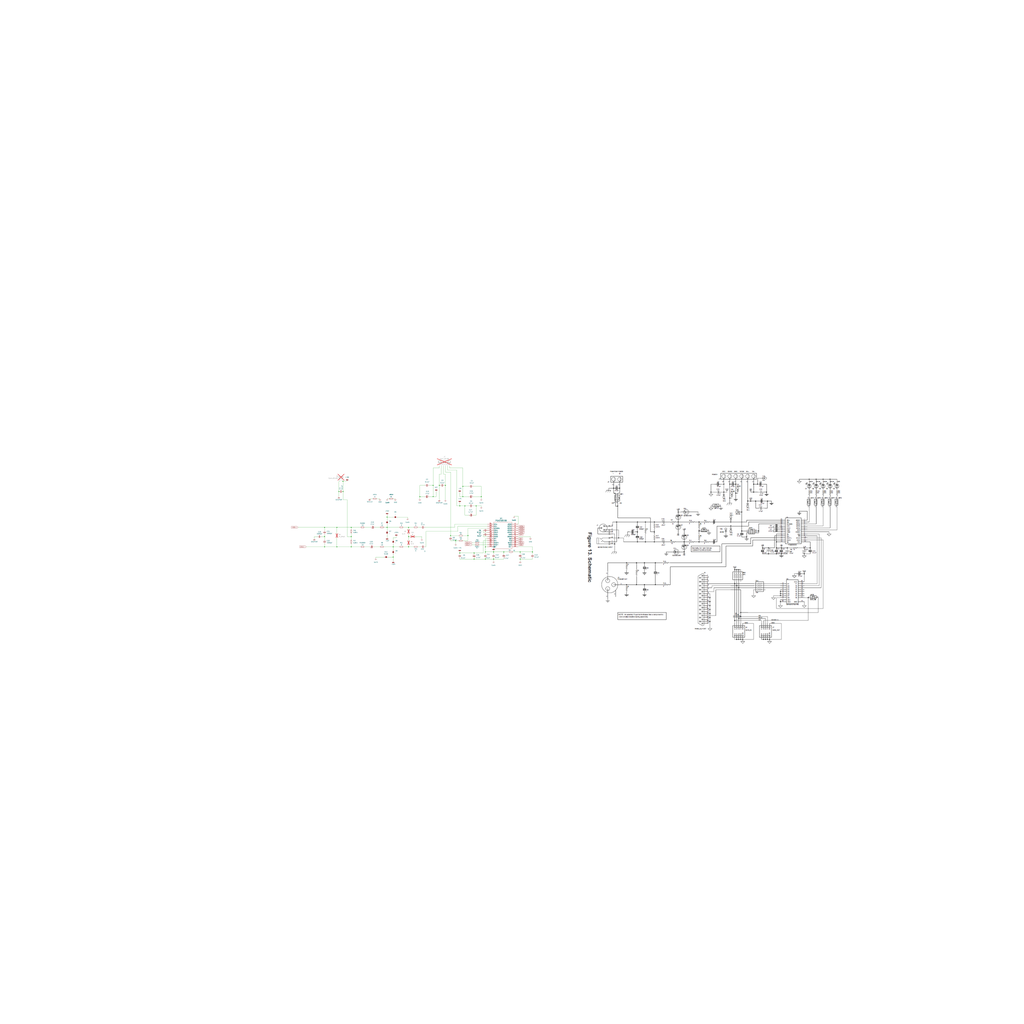
<source format=kicad_sch>
(kicad_sch (version 20250114) (generator "eeschema") (generator_version "9.0")
  (paper "User" 1270 1270)
  (rectangle (start 195.58 1910.08) (end 513.08 2148.84))
  (rectangle (start 720.09 2628.9) (end 939.8 2696.21))
  (rectangle (start 689.61 1811.02) (end 1007.11 2092.96))
  (rectangle (start 250.19 2514.6) (end 525.78 2649.22))
  (rectangle (start 803.275 2535.555) (end 932.815 2602.865))
  (text "I2C TO SPI BRIDGE" (at 764.286 1892.046 0) (effects (font (size 10 10) (thickness 0.4013) (bold yes)) (justify left bottom)))
  (text "w a0 0a 41 # Configure GPIO1 as PDMCLK with drive active high and low\nw a0 0d 02 # Configure GPI1 as input" (at 297.434 2114.55 0) (effects (font (size 1.27 1.27))))
  (text "rotate the mounting points" (at 972.566 2571.75 0) (effects (font (size 10 10) (thickness 0.4013) (bold yes)) (justify left bottom)))
  (text "AUDIO CODEC" (at 303.784 1939.798 0) (effects (font (size 10 10) (thickness 0.4013) (bold yes)) (justify left bottom)))
  (text "MECHANICAL" (at 821.69 2557.78 0) (effects (font (size 10 10) (thickness 0.4013) (bold yes)) (justify left bottom)))
  (text "HAT MOUNTING POINTS" (at 738.505 2651.125 0) (effects (font (size 10 10) (thickness 0.4013) (bold yes)) (justify left bottom)))
  (text "T-DSP AUDIO I/O MODULE" (at 339.598 1686.814 0) (effects (font (size 30 30) (thickness 1.0008) (bold yes)) (justify left bottom)))
  (text "POWER INPUT AND DISTRIBUTION" (at 273.05 2550.414 0) (effects (font (size 10 10) (thickness 0.4013) (bold yes)) (justify left bottom)))
  (junction (at 435.61 665.48))
  (junction (at 645.16 693.42))
  (junction (at 601.98 684.53))
  (junction (at 274.32 2051.05))
  (junction (at 487.68 678.18))
  (junction (at 435.61 678.18))
  (junction (at 323.85 2061.21))
  (junction (at 558.8 664.21))
  (junction (at 274.32 2048.51))
  (junction (at 506.73 678.18))
  (junction (at 612.14 693.42))
  (junction (at 323.85 2030.73))
  (junction (at 552.45 601.98))
  (junction (at 544.83 601.98))
  (junction (at 565.15 670.56))
  (junction (at 612.14 684.53))
  (junction (at 537.21 601.98))
  (junction (at 506.73 665.48))
  (junction (at 537.21 615.95))
  (junction (at 323.85 2043.43))
  (junction (at 323.85 2040.89))
  (junction (at 323.85 2033.27))
  (junction (at 645.16 684.53))
  (junction (at 596.9 615.95))
  (junction (at 435.61 654.05))
  (junction (at 480.06 641.35))
  (junction (at 417.83 654.05))
  (junction (at 601.98 693.42))
  (junction (at 601.98 678.18))
  (junction (at 574.04 615.95))
  (junction (at 660.4 684.53))
  (junction (at 402.59 665.48))
  (junction (at 274.32 2053.59))
  (junction (at 576.58 627.38))
  (junction (at 588.01 685.8))
  (junction (at 274.32 2063.75))
  (junction (at 323.85 2035.81))
  (junction (at 570.23 685.8))
  (junction (at 574.04 603.25))
  (junction (at 487.68 690.88))
  (junction (at 520.7 615.95))
  (junction (at 570.23 627.38))
  (junction (at 323.85 2038.35))
  (junction (at 624.84 684.53))
  (junction (at 274.32 2061.21))
  (junction (at 274.32 2056.13))
  (junction (at 425.45 609.6))
  (junction (at 402.59 678.18))
  (junction (at 506.73 654.05))
  (junction (at 588.01 693.42))
  (junction (at 402.59 654.05))
  (junction (at 274.32 2058.67))
  (junction (at 480.06 654.05))
  (junction (at 323.85 2094.23))
  (junction (at 580.39 664.21))
  (junction (at 590.55 627.38))
  (junction (at 323.85 2028.19))
  (junction (at 417.83 678.18))
  (junction (at 425.45 596.9))
  (junction (at 420.37 609.6))
  (no_connect (at 323.85 2053.59))
  (no_connect (at 323.85 2058.67))
  (no_connect (at 323.85 2048.51))
  (no_connect (at 323.85 2063.75))
  (wire (pts (xy 490.22 618.49) (xy 487.68 618.49)))
  (wire (pts (xy 323.85 2056.13) (xy 356.87 2056.13)))
  (wire (pts (xy 552.45 577.85) (xy 552.45 585.47)))
  (wire (pts (xy 576.58 638.81) (xy 581.66 638.81)))
  (wire (pts (xy 558.8 585.47) (xy 558.8 664.21)))
  (wire (pts (xy 558.8 670.56) (xy 565.15 670.56)))
  (wire (pts (xy 544.83 580.39) (xy 544.83 577.85)))
  (wire (pts (xy 466.09 690.88) (xy 476.25 690.88)))
  (wire (pts (xy 586.74 638.81) (xy 590.55 638.81)))
  (wire (pts (xy 588.01 687.07) (xy 588.01 685.8)))
  (wire (pts (xy 645.16 692.15) (xy 645.16 693.42)))
  (wire (pts (xy 585.47 673.1) (xy 589.28 673.1)))
  (wire (pts (xy 518.16 678.18) (xy 521.97 678.18)))
  (wire (pts (xy 476.25 678.18) (xy 487.68 678.18)))
  (wire (pts (xy 322.58 2061.21) (xy 323.85 2061.21)))
  (wire (pts (xy 389.89 665.48) (xy 393.7 665.48)))
  (wire (pts (xy 323.85 2028.19) (xy 323.85 2030.73)))
  (wire (pts (xy 458.47 618.49) (xy 462.28 618.49)))
  (wire (pts (xy 612.14 683.26) (xy 612.14 684.53)))
  (wire (pts (xy 604.52 655.32) (xy 580.39 655.32)))
  (wire (pts (xy 599.44 685.8) (xy 599.44 670.56)))
  (wire (pts (xy 601.98 684.53) (xy 612.14 684.53)))
  (wire (pts (xy 549.91 588.01) (xy 549.91 577.85)))
  (wire (pts (xy 636.27 684.53) (xy 645.16 684.53)))
  (wire (pts (xy 642.62 650.24) (xy 642.62 640.08)))
  (wire (pts (xy 567.69 659.13) (xy 567.69 652.78)))
  (wire (pts (xy 612.14 684.53) (xy 624.84 684.53)))
  (wire (pts (xy 570.23 687.07) (xy 570.23 685.8)))
  (wire (pts (xy 435.61 674.37) (xy 435.61 678.18)))
  (wire (pts (xy 323.85 2045.97) (xy 340.36 2045.97)))
  (wire (pts (xy 491.49 666.75) (xy 487.68 666.75)))
  (wire (pts (xy 266.7 2091.69) (xy 274.32 2091.69)))
  (wire (pts (xy 586.74 615.95) (xy 596.9 615.95)))
  (wire (pts (xy 425.45 596.9) (xy 430.53 596.9)))
  (wire (pts (xy 480.06 654.05) (xy 480.06 650.24)))
  (wire (pts (xy 402.59 678.18) (xy 417.83 678.18)))
  (wire (pts (xy 594.36 675.64) (xy 604.52 675.64)))
  (wire (pts (xy 570.23 685.8) (xy 588.01 685.8)))
  (wire (pts (xy 323.85 2033.27) (xy 323.85 2035.81)))
  (wire (pts (xy 274.32 2066.29) (xy 274.32 2063.75)))
  (wire (pts (xy 601.98 692.15) (xy 601.98 693.42)))
  (wire (pts (xy 645.16 684.53) (xy 645.16 687.07)))
  (wire (pts (xy 337.82 2049.78) (xy 350.52 2049.78)))
  (wire (pts (xy 487.68 678.18) (xy 487.68 681.99)))
  (wire (pts (xy 323.85 2094.23) (xy 323.85 2091.69)))
  (wire (pts (xy 574.04 615.95) (xy 581.66 615.95)))
  (wire (pts (xy 552.45 601.98) (xy 551.18 601.98)))
  (wire (pts (xy 574.04 603.25) (xy 574.04 580.39)))
  (wire (pts (xy 601.98 678.18) (xy 604.52 678.18)))
  (wire (pts (xy 612.14 695.96) (xy 612.14 693.42)))
  (wire (pts (xy 596.9 618.49) (xy 596.9 615.95)))
  (wire (pts (xy 402.59 665.48) (xy 402.59 669.29)))
  (wire (pts (xy 487.68 687.07) (xy 487.68 690.88)))
  (wire (pts (xy 402.59 654.05) (xy 402.59 657.86)))
  (wire (pts (xy 480.06 641.35) (xy 480.06 645.16)))
  (wire (pts (xy 604.52 650.24) (xy 563.88 650.24)))
  (wire (pts (xy 645.16 693.42) (xy 660.4 693.42)))
  (wire (pts (xy 642.62 665.48) (xy 657.86 665.48)))
  (wire (pts (xy 599.44 670.56) (xy 604.52 670.56)))
  (wire (pts (xy 323.85 2040.89) (xy 323.85 2043.43)))
  (wire (pts (xy 581.66 603.25) (xy 574.04 603.25)))
  (wire (pts (xy 520.7 615.95) (xy 520.7 618.49)))
  (wire (pts (xy 657.86 665.48) (xy 657.86 666.75)))
  (wire (pts (xy 435.61 665.48) (xy 430.53 665.48)))
  (wire (pts (xy 574.04 580.39) (xy 557.53 580.39)))
  (wire (pts (xy 547.37 588.01) (xy 544.83 588.01)))
  (wire (pts (xy 417.83 678.18) (xy 417.83 666.75)))
  (wire (pts (xy 527.05 615.95) (xy 520.7 615.95)))
  (wire (pts (xy 506.73 678.18) (xy 513.08 678.18)))
  (wire (pts (xy 274.32 2061.21) (xy 274.32 2058.67)))
  (wire (pts (xy 491.49 665.48) (xy 491.49 666.75)))
  (wire (pts (xy 506.73 675.64) (xy 506.73 678.18)))
  (wire (pts (xy 506.73 665.48) (xy 506.73 670.56)))
  (wire (pts (xy 520.7 601.98) (xy 520.7 615.95)))
  (wire (pts (xy 580.39 670.56) (xy 574.04 670.56)))
  (wire (pts (xy 599.44 657.86) (xy 599.44 660.4)))
  (wire (pts (xy 471.17 618.49) (xy 467.36 618.49)))
  (wire (pts (xy 612.14 693.42) (xy 624.84 693.42)))
  (wire (pts (xy 417.83 654.05) (xy 435.61 654.05)))
  (wire (pts (xy 544.83 601.98) (xy 544.83 619.76)))
  (wire (pts (xy 660.4 684.53) (xy 660.4 678.18)))
  (wire (pts (xy 596.9 627.38) (xy 596.9 628.65)))
  (wire (pts (xy 554.99 577.85) (xy 554.99 582.93)))
  (wire (pts (xy 596.9 603.25) (xy 596.9 615.95)))
  (wire (pts (xy 576.58 627.38) (xy 570.23 627.38)))
  (wire (pts (xy 274.32 2048.51) (xy 274.32 2045.97)))
  (wire (pts (xy 480.06 654.05) (xy 480.06 657.86)))
  (wire (pts (xy 637.54 640.08) (xy 642.62 640.08)))
  (wire (pts (xy 482.6 618.49) (xy 480.06 618.49)))
  (wire (pts (xy 402.59 665.48) (xy 398.78 665.48)))
  (wire (pts (xy 557.53 577.85) (xy 557.53 580.39)))
  (wire (pts (xy 513.08 654.05) (xy 506.73 654.05)))
  (wire (pts (xy 492.76 641.35) (xy 505.46 641.35)))
  (wire (pts (xy 544.83 580.39) (xy 537.21 580.39)))
  (wire (pts (xy 402.59 662.94) (xy 402.59 665.48)))
  (wire (pts (xy 527.05 678.18) (xy 528.32 678.18)))
  (wire (pts (xy 601.98 693.42) (xy 612.14 693.42)))
  (wire (pts (xy 274.32 2053.59) (xy 274.32 2051.05)))
  (wire (pts (xy 558.8 664.21) (xy 558.8 665.48)))
  (wire (pts (xy 523.24 665.48) (xy 523.24 668.02)))
  (wire (pts (xy 660.4 678.18) (xy 642.62 678.18)))
  (wire (pts (xy 645.16 684.53) (xy 660.4 684.53)))
  (wire (pts (xy 554.99 582.93) (xy 566.42 582.93)))
  (wire (pts (xy 464.82 654.05) (xy 471.17 654.05)))
  (wire (pts (xy 420.37 596.9) (xy 420.37 609.6)))
  (wire (pts (xy 594.36 673.1) (xy 604.52 673.1)))
  (wire (pts (xy 585.47 675.64) (xy 589.28 675.64)))
  (wire (pts (xy 902.97 2578.1) (xy 900.43 2578.1)))
  (wire (pts (xy 323.85 2043.43) (xy 327.66 2043.43)))
  (wire (pts (xy 476.25 654.05) (xy 480.06 654.05)))
  (wire (pts (xy 323.85 2051.05) (xy 337.82 2051.05)))
  (wire (pts (xy 902.97 2574.29) (xy 900.43 2574.29)))
  (wire (pts (xy 495.3 654.05) (xy 480.06 654.05)))
  (wire (pts (xy 323.85 2025.65) (xy 323.85 2028.19)))
  (wire (pts (xy 537.21 601.98) (xy 537.21 615.95)))
  (wire (pts (xy 487.68 690.88) (xy 481.33 690.88)))
  (wire (pts (xy 624.84 684.53) (xy 631.19 684.53)))
  (wire (pts (xy 435.61 665.48) (xy 435.61 669.29)))
  (wire (pts (xy 660.4 687.07) (xy 660.4 684.53)))
  (wire (pts (xy 552.45 601.98) (xy 552.45 619.76)))
  (wire (pts (xy 528.32 659.13) (xy 567.69 659.13)))
  (wire (pts (xy 402.59 674.37) (xy 402.59 678.18)))
  (wire (pts (xy 435.61 661.67) (xy 435.61 665.48)))
  (wire (pts (xy 565.15 670.56) (xy 565.15 674.37)))
  (wire (pts (xy 487.68 666.75) (xy 487.68 669.29)))
  (wire (pts (xy 420.37 615.95) (xy 420.37 609.6)))
  (wire (pts (xy 480.06 641.35) (xy 487.68 641.35)))
  (wire (pts (xy 586.74 603.25) (xy 596.9 603.25)))
  (wire (pts (xy 323.85 2095.5) (xy 323.85 2094.23)))
  (wire (pts (xy 452.12 678.18) (xy 458.47 678.18)))
  (wire (pts (xy 546.1 601.98) (xy 544.83 601.98)))
  (wire (pts (xy 570.23 623.57) (xy 570.23 627.38)))
  (wire (pts (xy 527.05 601.98) (xy 520.7 601.98)))
  (wire (pts (xy 487.68 678.18) (xy 495.3 678.18)))
  (wire (pts (xy 537.21 615.95) (xy 541.02 615.95)))
  (wire (pts (xy 527.05 654.05) (xy 563.88 654.05)))
  (wire (pts (xy 506.73 678.18) (xy 500.38 678.18)))
  (wire (pts (xy 576.58 627.38) (xy 576.58 638.81)))
  (wire (pts (xy 435.61 654.05) (xy 447.04 654.05)))
  (wire (pts (xy 588.01 692.15) (xy 588.01 693.42)))
  (wire (pts (xy 624.84 692.15) (xy 624.84 693.42)))
  (wire (pts (xy 599.44 662.94) (xy 599.44 665.48)))
  (wire (pts (xy 421.64 596.9) (xy 420.37 596.9)))
  (wire (pts (xy 425.45 619.76) (xy 430.53 619.76)))
  (wire (pts (xy 274.32 2063.75) (xy 274.32 2061.21)))
  (wire (pts (xy 480.06 638.81) (xy 480.06 641.35)))
  (wire (pts (xy 537.21 615.95) (xy 532.13 615.95)))
  (wire (pts (xy 599.44 665.48) (xy 604.52 665.48)))
  (wire (pts (xy 588.01 685.8) (xy 599.44 685.8)))
  (wire (pts (xy 463.55 678.18) (xy 471.17 678.18)))
  (wire (pts (xy 601.98 687.07) (xy 601.98 684.53)))
  (wire (pts (xy 505.46 641.35) (xy 505.46 642.62)))
  (wire (pts (xy 624.84 687.07) (xy 624.84 684.53)))
  (wire (pts (xy 567.69 652.78) (xy 604.52 652.78)))
  (wire (pts (xy 425.45 609.6) (xy 425.45 596.9)))
  (wire (pts (xy 430.53 619.76) (xy 430.53 665.48)))
  (wire (pts (xy 570.23 692.15) (xy 570.23 693.42)))
  (wire (pts (xy 902.97 2581.91) (xy 900.43 2581.91)))
  (wire (pts (xy 544.83 588.01) (xy 544.83 601.98)))
  (wire (pts (xy 541.02 615.95) (xy 541.02 609.6)))
  (wire (pts (xy 518.16 654.05) (xy 521.97 654.05)))
  (wire (pts (xy 500.38 654.05) (xy 506.73 654.05)))
  (wire (pts (xy 389.89 668.02) (xy 389.89 665.48)))
  (wire (pts (xy 599.44 660.4) (xy 604.52 660.4)))
  (wire (pts (xy 528.32 678.18) (xy 528.32 659.13)))
  (wire (pts (xy 452.12 654.05) (xy 459.74 654.05)))
  (wire (pts (xy 537.21 580.39) (xy 537.21 601.98)))
  (wire (pts (xy 563.88 650.24) (xy 563.88 654.05)))
  (wire (pts (xy 532.13 601.98) (xy 537.21 601.98)))
  (wire (pts (xy 566.42 627.38) (xy 570.23 627.38)))
  (wire (pts (xy 274.32 2056.13) (xy 274.32 2053.59)))
  (wire (pts (xy 425.45 609.6) (xy 425.45 619.76)))
  (wire (pts (xy 601.98 668.02) (xy 601.98 678.18)))
  (wire (pts (xy 574.04 664.21) (xy 580.39 664.21)))
  (wire (pts (xy 506.73 654.05) (xy 506.73 656.59)))
  (wire (pts (xy 570.23 610.87) (xy 570.23 615.95)))
  (wire (pts (xy 574.04 603.25) (xy 574.04 615.95)))
  (wire (pts (xy 612.14 687.07) (xy 612.14 684.53)))
  (wire (pts (xy 435.61 656.59) (xy 435.61 654.05)))
  (wire (pts (xy 660.4 693.42) (xy 660.4 692.15)))
  (wire (pts (xy 435.61 678.18) (xy 447.04 678.18)))
  (wire (pts (xy 601.98 678.18) (xy 601.98 684.53)))
  (wire (pts (xy 581.66 627.38) (xy 576.58 627.38)))
  (wire (pts (xy 902.97 2585.72) (xy 900.43 2585.72)))
  (wire (pts (xy 580.39 655.32) (xy 580.39 664.21)))
  (wire (pts (xy 274.32 2058.67) (xy 274.32 2056.13)))
  (wire (pts (xy 274.32 2051.05) (xy 274.32 2048.51)))
  (wire (pts (xy 323.85 2030.73) (xy 323.85 2033.27)))
  (wire (pts (xy 580.39 664.21) (xy 580.39 670.56)))
  (wire (pts (xy 552.45 585.47) (xy 558.8 585.47)))
  (wire (pts (xy 604.52 668.02) (xy 601.98 668.02)))
  (wire (pts (xy 487.68 695.96) (xy 487.68 690.88)))
  (wire (pts (xy 552.45 588.01) (xy 549.91 588.01)))
  (wire (pts (xy 417.83 654.05) (xy 417.83 661.67)))
  (wire (pts (xy 570.23 615.95) (xy 574.04 615.95)))
  (wire (pts (xy 466.09 692.15) (xy 466.09 690.88)))
  (wire (pts (xy 506.73 661.67) (xy 506.73 665.48)))
  (wire (pts (xy 417.83 678.18) (xy 435.61 678.18)))
  (wire (pts (xy 570.23 684.53) (xy 570.23 685.8)))
  (wire (pts (xy 612.14 692.15) (xy 612.14 693.42)))
  (wire (pts (xy 487.68 678.18) (xy 487.68 674.37)))
  (wire (pts (xy 552.45 601.98) (xy 552.45 588.01)))
  (wire (pts (xy 323.85 2035.81) (xy 323.85 2038.35)))
  (wire (pts (xy 590.55 638.81) (xy 590.55 627.38)))
  (wire (pts (xy 323.85 2038.35) (xy 323.85 2040.89)))
  (wire (pts (xy 568.96 664.21) (xy 558.8 664.21)))
  (wire (pts (xy 566.42 582.93) (xy 566.42 627.38)))
  (wire (pts (xy 369.57 654.05) (xy 402.59 654.05)))
  (wire (pts (xy 402.59 654.05) (xy 417.83 654.05)))
  (wire (pts (xy 570.23 693.42) (xy 588.01 693.42)))
  (wire (pts (xy 323.85 2061.21) (xy 353.06 2061.21)))
  (wire (pts (xy 590.55 627.38) (xy 586.74 627.38)))
  (wire (pts (xy 565.15 670.56) (xy 568.96 670.56)))
  (wire (pts (xy 379.73 678.18) (xy 402.59 678.18)))
  (wire (pts (xy 506.73 665.48) (xy 509.27 665.48)))
  (wire (pts (xy 514.35 665.48) (xy 523.24 665.48)))
  (wire (pts (xy 425.45 596.9) (xy 424.18 596.9)))
  (wire (pts (xy 480.06 666.75) (xy 480.06 662.94)))
  (wire (pts (xy 547.37 577.85) (xy 547.37 588.01)))
  (wire (pts (xy 337.82 2049.78) (xy 337.82 2051.05)))
  (wire (pts (xy 590.55 627.38) (xy 596.9 627.38)))
  (wire (pts (xy 588.01 693.42) (xy 601.98 693.42)))
  (wire (pts (xy 645.16 693.42) (xy 645.16 695.96)))
  (image (at 877.57 680.72) (scale 1.25099))
  (label "AUDIO_OUTP" (at 331.47 2045.97 0))
  (label "AUDIO_IN2P" (at 331.47 2061.21 0))
  (label "AUDIO_OUT2P" (at 330.2 2051.05 0))
  (label "AUDIO_IN1P" (at 331.47 2056.13 0))
  (global_label "GND" (shape input) (at 902.97 2578.1 0) (property "Intersheetrefs" "${INTERSHEET_REFS}" (effects (hide yes))))
  (global_label "GPO1" (shape input) (at 642.62 652.78 0) (property "Intersheetrefs" "${INTERSHEET_REFS}" (effects (hide yes))))
  (global_label "-12V" (shape input) (at 370.84 2580.64 180) (property "Intersheetrefs" "${INTERSHEET_REFS}" (effects (hide yes))))
  (global_label "MCLK1+TDM1" (shape input) (at 274.32 2043.43 180) (property "Intersheetrefs" "${INTERSHEET_REFS}" (effects (hide yes))))
  (global_label "G" (shape input) (at 383.54 2573.02 0) (property "Intersheetrefs" "${INTERSHEET_REFS}" (effects (hide yes))))
  (global_label "+48V" (shape input) (at 383.54 2583.18 0) (property "Intersheetrefs" "${INTERSHEET_REFS}" (effects (hide yes))))
  (global_label "VOUT-" (shape input) (at 585.47 675.64 180) (property "Intersheetrefs" "${INTERSHEET_REFS}" (effects (hide yes))))
  (global_label "34_RX8_RESET2" (shape input) (at 323.85 2020.57 0) (effects (font (size 1 1))) (property "Intersheetrefs" "${INTERSHEET_REFS}" (effects (hide yes))))
  (global_label "+12V" (shape input) (at 370.84 2575.56 180) (property "Intersheetrefs" "${INTERSHEET_REFS}" (effects (hide yes))))
  (global_label "GPO4" (shape input) (at 642.62 660.4 0) (property "Intersheetrefs" "${INTERSHEET_REFS}" (effects (hide yes))))
  (global_label "35_TX8_RESET" (shape input) (at 274.32 2020.57 180) (effects (font (size 1 1))) (property "Intersheetrefs" "${INTERSHEET_REFS}" (effects (hide yes))))
  (global_label "BCLK1+TDM1" (shape input) (at 274.32 2033.27 180) (property "Intersheetrefs" "${INTERSHEET_REFS}" (effects (hide yes))))
  (global_label "VOUT+" (shape input) (at 585.47 673.1 180) (property "Intersheetrefs" "${INTERSHEET_REFS}" (effects (hide yes))))
  (global_label "-12V" (shape input) (at 370.84 2578.1 180) (property "Intersheetrefs" "${INTERSHEET_REFS}" (effects (hide yes))))
  (global_label "3.3V Teensy" (shape input) (at 323.85 2023.11 0) (property "Intersheetrefs" "${INTERSHEET_REFS}" (effects (hide yes))))
  (global_label "8_IN1" (shape input) (at 274.32 2030.73 180) (property "Intersheetrefs" "${INTERSHEET_REFS}" (effects (hide yes))))
  (global_label "VIO1+" (shape input) (at 369.57 654.05 180) (property "Intersheetrefs" "${INTERSHEET_REFS}" (effects (hide yes))))
  (global_label "GND" (shape input) (at 902.97 2585.72 0) (property "Intersheetrefs" "${INTERSHEET_REFS}" (effects (hide yes))))
  (global_label "VIN1-" (shape input) (at 379.73 678.18 180) (property "Intersheetrefs" "${INTERSHEET_REFS}" (effects (hide yes))))
  (global_label "LRCK1+TDM1" (shape input) (at 274.32 2035.81 180) (property "Intersheetrefs" "${INTERSHEET_REFS}" (effects (hide yes))))
  (global_label "SDI" (shape input) (at 642.62 668.02 0) (property "Intersheetrefs" "${INTERSHEET_REFS}" (effects (hide yes))))
  (global_label "+12V" (shape input) (at 370.84 2573.02 180) (property "Intersheetrefs" "${INTERSHEET_REFS}" (effects (hide yes))))
  (global_label "G" (shape input) (at 383.54 2580.64 0) (property "Intersheetrefs" "${INTERSHEET_REFS}" (effects (hide yes))))
  (global_label "GPO3" (shape input) (at 642.62 657.86 0) (property "Intersheetrefs" "${INTERSHEET_REFS}" (effects (hide yes))))
  (global_label "SDO" (shape input) (at 642.62 675.64 0) (property "Intersheetrefs" "${INTERSHEET_REFS}" (effects (hide yes))))
  (global_label "SCLK" (shape input) (at 642.62 673.1 0) (property "Intersheetrefs" "${INTERSHEET_REFS}" (effects (hide yes))))
  (global_label "5V" (shape input) (at 274.32 2023.11 180) (property "Intersheetrefs" "${INTERSHEET_REFS}" (effects (hide yes))))
  (global_label "7_OUT1A+" (shape input) (at 274.32 2028.19 180) (property "Intersheetrefs" "${INTERSHEET_REFS}" (effects (hide yes))))
  (global_label "G" (shape input) (at 383.54 2578.1 0) (property "Intersheetrefs" "${INTERSHEET_REFS}" (effects (hide yes))))
  (global_label "GND" (shape input) (at 902.97 2574.29 0) (property "Intersheetrefs" "${INTERSHEET_REFS}" (effects (hide yes))))
  (global_label "GND" (shape input) (at 902.97 2581.91 0) (property "Intersheetrefs" "${INTERSHEET_REFS}" (effects (hide yes))))
  (global_label "SCL0" (shape input) (at 274.32 2040.89 180) (property "Intersheetrefs" "${INTERSHEET_REFS}" (effects (hide yes))))
  (global_label "GPO2" (shape input) (at 642.62 655.32 0) (property "Intersheetrefs" "${INTERSHEET_REFS}" (effects (hide yes))))
  (global_label "+48V" (shape input) (at 370.84 2583.18 180) (property "Intersheetrefs" "${INTERSHEET_REFS}" (effects (hide yes))))
  (global_label "G" (shape input) (at 383.54 2575.56 0) (property "Intersheetrefs" "${INTERSHEET_REFS}" (effects (hide yes))))
  (global_label "CS" (shape input) (at 642.62 670.56 0) (property "Intersheetrefs" "${INTERSHEET_REFS}" (effects (hide yes))))
  (global_label "OVR" (shape input) (at 642.62 662.94 0) (property "Intersheetrefs" "${INTERSHEET_REFS}" (effects (hide yes))))
  (global_label "SDA0" (shape input) (at 274.32 2038.35 180) (property "Intersheetrefs" "${INTERSHEET_REFS}" (effects (hide yes))))
  (symbol (lib_id "XLRM_NC3MAH:XLRM_NC3MAH") (at 438.15 2032 0) (unit 1)
    (property "Reference" "J2" (at 438.15 2022.729 0))
    (property "Value" "XLRM_NC3FAH" (at 438.15 2025.0404 0))
    (property "Footprint" "project_fp:Jack_XLR_Neutrik_NC3FAH2_Horizontal" (effects (hide yes)))
  )
  (symbol (lib_id "Device:R_Small") (at 515.62 654.05 90) (unit 1)
    (property "Reference" "R14" (at 515.62 648.97 90) (effects (font (size 1.016 1.016))))
    (property "Value" "0" (at 515.62 651.51 90))
    (property "Footprint" "project_fp:R_0805_2012Metric_Pad1.15x1.40mm_HandSolder" (effects (hide yes)))
    (property "Description" "0 ohm Jumper" (effects (hide yes)))
  )
  (symbol (lib_id "kikit:Tab") (at 840.74 2510.79 0) (unit 1) (in_bom no)
    (property "Reference" "T108" (at 847.09 2508.8849 0) (effects (justify left)))
    (property "Value" "Tab" (at 847.09 2511.4249 0) (effects (justify left)))
    (property "Footprint" "kikit:Tab" (effects (hide yes)))
    (property "Description" "KiKit tab annotations" (effects (hide yes)))
  )
  (symbol (lib_id "Device:R_Small") (at 571.5 664.21 90) (unit 1)
    (property "Reference" "R14" (at 571.5 660.654 90) (effects (font (size 1.016 1.016))))
    (property "Value" "0" (at 571.5 662.432 90))
    (property "Footprint" "project_fp:R_0805_2012Metric_Pad1.15x1.40mm_HandSolder" (effects (hide yes)))
    (property "Description" "0 ohm Jumper" (effects (hide yes)))
  )
  (symbol (lib_id "power:Earth") (at 552.45 619.76 0) (unit 1)
    (property "Reference" "#PWR023" (effects (hide yes)))
    (property "Value" "Earth" (at 552.45 624.84 0))
    (property "Description" "Power symbol creates a global label with name \"Earth\"" (effects (hide yes)))
  )
  (symbol (lib_id "Device:C_Small") (at 612.14 689.61 180) (unit 1)
    (property "Reference" "C12" (at 614.68 688.3335 0) (effects (justify right)))
    (property "Value" "0.1uF" (at 613.918 691.388 0) (effects (justify right)))
    (property "Footprint" "Capacitor_SMD:C_0805_2012Metric_Pad1.18x1.45mm_HandSolder" (effects (hide yes)))
    (property "Datasheet" "C2012X7R2A104KT" (effects (hide yes)))
    (property "Description" "100V Ceramic Chip Capacitor,  ±10%, X7R" (effects (hide yes)))
  )
  (symbol (lib_id "power:Earth") (at 505.46 642.62 0) (unit 1)
    (property "Reference" "#PWR017" (effects (hide yes)))
    (property "Value" "Earth" (at 505.46 647.7 0))
    (property "Description" "Power symbol creates a global label with name \"Earth\"" (effects (hide yes)))
  )
  (symbol (lib_id "power:GNDD") (at 480.06 638.81 180) (unit 1)
    (property "Reference" "#PWR016" (effects (hide yes)))
    (property "Value" "+5VA" (at 480.06 633.73 0))
    (property "Description" "Power symbol creates a global label with name \"GNDD\" , digital ground" (effects (hide yes)))
  )
  (symbol (lib_id "power:Earth") (at 523.24 668.02 0) (unit 1)
    (property "Reference" "#PWR018" (effects (hide yes)))
    (property "Value" "Earth" (at 523.24 673.1 0))
    (property "Description" "Power symbol creates a global label with name \"Earth\"" (effects (hide yes)))
  )
  (symbol (lib_id "Device:R_Small") (at 571.5 670.56 90) (unit 1)
    (property "Reference" "R15" (at 571.5 667.004 90) (effects (font (size 1.016 1.016))))
    (property "Value" "0" (at 571.5 668.782 90))
    (property "Footprint" "project_fp:R_0805_2012Metric_Pad1.15x1.40mm_HandSolder" (effects (hide yes)))
    (property "Description" "0 ohm Jumper" (effects (hide yes)))
  )
  (symbol (lib_id "Device:R") (at 896.62 2581.91 270) (unit 1)
    (property "Reference" "R50" (at 896.62 2576.6522 90))
    (property "Value" "0 ohm" (at 896.62 2578.9636 90))
    (property "Footprint" "project_fp:R_0805_2012Metric_Pad1.15x1.40mm_HandSolder" (effects (hide yes)))
    (property "Description" "0 ohm Jumper" (at 896.62 2581.91 0))
    (property "Package / Case" "R0805" (effects (hide yes)))
    (property "LCSC" "C17477" (effects (hide yes)))
    (property "LCSC TYPE" "SMD" (effects (hide yes)))
  )
  (symbol (lib_id "Device:R_Small") (at 497.84 678.18 90) (unit 1)
    (property "Reference" "R11" (at 497.84 673.1 90) (effects (font (size 1.016 1.016))))
    (property "Value" "0" (at 497.84 675.64 90))
    (property "Footprint" "project_fp:R_0805_2012Metric_Pad1.15x1.40mm_HandSolder" (effects (hide yes)))
    (property "Description" "0 ohm Jumper" (effects (hide yes)))
  )
  (symbol (lib_id "Device:C_Polarized_Small") (at 645.16 689.61 180) (unit 1)
    (property "Reference" "C18" (at 646.938 687.324 0) (effects (justify right)))
    (property "Value" "4.7uF" (at 646.176 691.642 0) (effects (justify right)))
    (property "Footprint" "Capacitor_SMD:C_1206_3216Metric_Pad1.33x1.80mm_HandSolder" (effects (hide yes)))
    (property "Datasheet" "T494A475M025AT" (effects (hide yes)))
    (property "Description" "25V Low ESR Tantalum Chip Capacitor, ±10%" (effects (hide yes)))
  )
  (symbol (lib_id "kikit:Tab") (at 885.19 2510.79 0) (unit 1) (in_bom no)
    (property "Reference" "T110" (at 891.54 2508.8849 0) (effects (justify left)))
    (property "Value" "Tab" (at 891.54 2511.4249 0) (effects (justify left)))
    (property "Footprint" "kikit:Tab" (effects (hide yes)))
    (property "Description" "KiKit tab annotations" (effects (hide yes)))
  )
  (symbol (lib_id "Device:C_Polarized_Small") (at 529.59 615.95 270) (unit 1)
    (property "Reference" "C15" (at 530.1361 609.6 90))
    (property "Value" "47uF" (at 530.1361 612.14 90))
    (property "Footprint" "Capacitor_SMD:C_1206_3216Metric_Pad1.33x1.80mm_HandSolder" (effects (hide yes)))
    (property "Datasheet" "T494A475M025AT" (effects (hide yes)))
    (property "Description" "25V Low ESR Tantalum Chip Capacitor, ±10%" (effects (hide yes)))
  )
  (symbol (lib_id "Device:C_Small") (at 529.59 601.98 270) (unit 1)
    (property "Reference" "C2" (at 530.86 594.614 90) (effects (justify right)))
    (property "Value" "0.1uF" (at 532.638 597.662 90) (effects (justify right)))
    (property "Footprint" "Capacitor_SMD:C_0805_2012Metric_Pad1.18x1.45mm_HandSolder" (effects (hide yes)))
    (property "Datasheet" "C2012X7R2A104KT" (effects (hide yes)))
    (property "Description" "100V Ceramic Chip Capacitor,  ±10%, X7R" (effects (hide yes)))
  )
  (symbol (lib_id "PGA2505IDB:PGA2505IDB") (at 642.62 650.24 0) (mirror y) (unit 1)
    (property "Reference" "U1" (at 621.538 642.874 0) (effects (font (size 1.524 1.524))))
    (property "Value" "PGA2505IDB" (at 621.538 645.668 0) (effects (font (size 1.524 1.524))))
    (property "Footprint" "DB24" (effects (hide yes)))
    (property "Datasheet" "https://www.ti.com/lit/gpn/pga2505" (effects (hide yes)))
    (property "Description" "Digitally Controlled Microphone Preamplifier" (effects (hide yes)))
  )
  (symbol (lib_id "power:GNDD") (at 612.14 683.26 180) (unit 1)
    (property "Reference" "#PWR02" (effects (hide yes)))
    (property "Value" "-VA" (at 612.14 678.18 0))
    (property "Description" "Power symbol creates a global label with name \"GNDD\" , digital ground" (effects (hide yes)))
  )
  (symbol (lib_id "power:GND") (at 520.7 618.49 0) (unit 1)
    (property "Reference" "#PWR020" (effects (hide yes)))
    (property "Value" "GND" (at 520.7 623.57 0))
    (property "Description" "Power symbol creates a global label with name \"GND\" , ground" (effects (hide yes)))
  )
  (symbol (lib_id "Device:C_Small") (at 548.64 601.98 270) (unit 1)
    (property "Reference" "C3" (at 549.91 595.884 90) (effects (justify right)))
    (property "Value" "0.1uF" (at 551.434 598.678 90) (effects (justify right)))
    (property "Footprint" "Capacitor_SMD:C_0805_2012Metric_Pad1.18x1.45mm_HandSolder" (effects (hide yes)))
    (property "Datasheet" "C2012X7R2A104KT" (effects (hide yes)))
    (property "Description" "100V Ceramic Chip Capacitor,  ±10%, X7R" (effects (hide yes)))
  )
  (symbol (lib_id "Mechanical:MountingHole_Pad") (at 744.22 2673.35 0) (unit 1) (in_bom no) (on_board no)
    (property "Reference" "H1" (at 746.76 2670.8099 0) (effects (justify left)))
    (property "Value" "MountingHole_Pad" (at 746.76 2673.3499 0) (effects (justify left)))
    (property "Footprint" "MountingHole:MountingHole_3.2mm_M3_DIN965_Pad" (effects (hide yes)))
    (property "Description" "Mounting Hole with connection" (effects (hide yes)))
  )
  (symbol (lib_id "power:GNDD") (at 491.49 665.48 180) (unit 1)
    (property "Reference" "#PWR01" (effects (hide yes)))
    (property "Value" "+5VA" (at 491.49 660.4 0))
    (property "Description" "Power symbol creates a global label with name \"GNDD\" , digital ground" (effects (hide yes)))
  )
  (symbol (lib_id "power:GND") (at 490.22 618.49 0) (unit 1)
    (property "Reference" "#PWR031" (effects (hide yes)))
    (property "Value" "GND" (at 490.474 623.062 0))
    (property "Description" "Power symbol creates a global label with name \"GND\" , ground" (effects (hide yes)))
  )
  (symbol (lib_id "kikit:Tab") (at 861.06 2512.06 0) (unit 1) (in_bom no)
    (property "Reference" "T109" (at 867.41 2510.1549 0) (effects (justify left)))
    (property "Value" "Tab" (at 867.41 2512.6949 0) (effects (justify left)))
    (property "Footprint" "kikit:Tab" (effects (hide yes)))
    (property "Description" "KiKit tab annotations" (effects (hide yes)))
  )
  (symbol (lib_id "power:GNDD") (at 480.06 666.75 0) (unit 1)
    (property "Reference" "#PWR015" (effects (hide yes)))
    (property "Value" "-5VA" (at 480.06 670.56 0))
    (property "Description" "Power symbol creates a global label with name \"GNDD\" , digital ground" (effects (hide yes)))
  )
  (symbol (lib_id "Device:C_Small") (at 396.24 665.48 270) (unit 1)
    (property "Reference" "C10" (at 394.462 659.638 90) (effects (justify left)))
    (property "Value" "1000pf" (at 392.684 661.924 90) (effects (justify left)))
    (property "Footprint" "Capacitor_SMD:C_0805_2012Metric_Pad1.18x1.45mm_HandSolder" (effects (hide yes)))
    (property "Datasheet" "C2012C0G1H102JT" (effects (hide yes)))
    (property "Description" "50V Ceramic Chip Capacitor, ± 5%,NPO" (effects (hide yes)))
  )
  (symbol (lib_id "power:GNDD") (at 570.23 623.57 180) (unit 1)
    (property "Reference" "#PWR024" (effects (hide yes)))
    (property "Value" "+VA" (at 570.23 618.49 0))
    (property "Description" "Power symbol creates a global label with name \"GNDD\" , digital ground" (effects (hide yes)))
  )
  (symbol (lib_id "power:GNDPWR") (at 389.89 668.02 0) (unit 1)
    (property "Reference" "#PWR08" (effects (hide yes)))
    (property "Value" "GNDPWR" (at 389.763 671.83 0))
    (property "Description" "Power symbol creates a global label with name \"GNDPWR\" , global ground" (effects (hide yes)))
  )
  (symbol (lib_id "global_lib:TAC5212_breakout") (at 298.45 2061.21 0) (unit 1) (in_bom no) (dnp yes)
    (property "Reference" "board_outline1" (at 299.085 2014.22 0) (effects (font (size 1 1))))
    (property "Value" "TAC5212 Module" (at 299.085 2016.76 0) (effects (font (size 0.8 0.8))))
    (property "Footprint" "project_fp:audio_module_board_outline_50x34.5_d1_mod" (effects (hide yes)))
    (property "Description" "Generic connector, double row, 02x33, odd/even pin numbering scheme (row 1 odd numbers, row 2 even numbers), script generated (kicad-library-utils/schlib/autogen/connector/)" (effects (hide yes)))
    (property "Package / Case" "board" (effects (hide yes)))
    (property "LCSC TYPE" "PCB" (effects (hide yes)))
  )
  (symbol (lib_id "power:Earth") (at 612.14 695.96 0) (unit 1)
    (property "Reference" "#PWR03" (effects (hide yes)))
    (property "Value" "Earth" (at 612.14 701.04 0))
    (property "Description" "Power symbol creates a global label with name \"Earth\"" (effects (hide yes)))
  )
  (symbol (lib_id "Connector_Generic:Conn_01x06") (at 549.91 572.77 90) (unit 1) (in_bom no) (dnp yes)
    (property "Reference" "J7" (at 551.18 566.42 90))
    (property "Value" "Conn_01x06" (at 551.18 568.96 90))
    (property "Description" "Generic connector, single row, 01x06, script generated (kicad-library-utils/schlib/autogen/connector/)" (effects (hide yes)))
  )
  (symbol (lib_id "Device:R_Small") (at 506.73 659.13 180) (unit 1) (in_bom no) (dnp yes)
    (property "Reference" "R5" (at 501.396 659.13 0) (effects (font (size 1.016 1.016)) (justify right)))
    (property "Value" "N/C" (at 498.602 662.178 0) (effects (justify right)))
    (property "Description" "Resistor, small symbol" (effects (hide yes)))
  )
  (symbol (lib_id "Device:C_Small") (at 601.98 657.86 90) (unit 1)
    (property "Reference" "C6" (at 595.122 657.86 90))
    (property "Value" "0.1uF" (at 594.36 660.146 90))
    (property "Footprint" "Capacitor_SMD:C_0805_2012Metric_Pad1.18x1.45mm_HandSolder" (effects (hide yes)))
    (property "Datasheet" "C2012X7R2A104KT" (effects (hide yes)))
    (property "Description" "100V Ceramic Chip Capacitor,  ±10%, X7R" (effects (hide yes)))
  )
  (symbol (lib_id "power:Earth") (at 466.09 692.15 0) (unit 1)
    (property "Reference" "#PWR07" (effects (hide yes)))
    (property "Value" "Earth" (at 466.09 697.23 0))
    (property "Description" "Power symbol creates a global label with name \"Earth\"" (effects (hide yes)))
  )
  (symbol (lib_id "Device:R_Small") (at 485.14 618.49 90) (unit 1)
    (property "Reference" "JMP10" (at 485.14 613.41 90) (effects (font (size 1.016 1.016))))
    (property "Value" "0" (at 485.14 615.95 90))
    (property "Footprint" "project_fp:R_0805_2012Metric_Pad1.15x1.40mm_HandSolder" (effects (hide yes)))
    (property "Description" "0 ohm Jumper" (effects (hide yes)))
  )
  (symbol (lib_id "kikit:Tab") (at 909.32 2510.79 0) (unit 1) (in_bom no)
    (property "Reference" "T111" (at 915.67 2508.8849 0) (effects (justify left)))
    (property "Value" "Tab" (at 915.67 2511.4249 0) (effects (justify left)))
    (property "Footprint" "kikit:Tab" (effects (hide yes)))
    (property "Description" "KiKit tab annotations" (effects (hide yes)))
  )
  (symbol (lib_id "Device:D_Small_Filled") (at 480.06 647.7 270) (unit 1)
    (property "Reference" "D6" (at 482.6 646.4299 90) (effects (justify left)))
    (property "Value" "~" (at 482.6 648.9699 90) (effects (justify left)))
    (property "Footprint" "Diode_SMD:D_SMA_Handsoldering" (effects (hide yes)))
    (property "Description" "Schottky Power Rectifier Diode, SMT" (effects (hide yes)))
    (property "Sim.Device" "D" (effects (hide yes)))
    (property "Sim.Pins" "1=K 2=A" (effects (hide yes)))
  )
  (symbol (lib_id "Connector_Generic:Conn_02x05_Odd_Even") (at 375.92 2578.1 0) (unit 1) (in_bom no) (dnp yes)
    (property "Reference" "J5" (at 377.19 2566.67 0))
    (property "Value" "Conn_02x05_Odd_Even" (at 377.19 2569.21 0))
    (property "Footprint" "Connector_IDC:IDC-Header_2x05_P2.54mm_Vertical" (effects (hide yes)))
    (property "Description" "Generic connector, double row, 02x05, odd/even pin numbering scheme (row 1 odd numbers, row 2 even numbers), script generated (kicad-library-utils/schlib/autogen/connector/)" (effects (hide yes)))
  )
  (symbol (lib_id "power:GNDD") (at 487.68 695.96 0) (unit 1)
    (property "Reference" "#PWR014" (effects (hide yes)))
    (property "Value" "-5VA" (at 487.68 699.77 0))
    (property "Description" "Power symbol creates a global label with name \"GNDD\" , digital ground" (effects (hide yes)))
  )
  (symbol (lib_id "TEENSY_4.0_PCM5242-rescue:GND-power") (at 323.85 2095.5 0) (unit 1)
    (property "Reference" "#PWR011" (effects (hide yes)))
    (property "Value" "GND" (at 320.04 2101.85 0))
  )
  (symbol (lib_id "power:GNDPWR") (at 420.37 615.95 0) (unit 1)
    (property "Reference" "#PWR030" (effects (hide yes)))
    (property "Value" "GNDPWR" (at 420.243 619.76 0))
    (property "Description" "Power symbol creates a global label with name \"GNDPWR\" , global ground" (effects (hide yes)))
  )
  (symbol (lib_id "project_lil_2:audio_project_board") (at 828.04 2580.64 0) (unit 1) (in_bom no) (dnp yes)
    (property "Reference" "board_outline3" (at 828.04 2570.226 0))
    (property "Value" "board_outline" (at 828.04 2572.766 0))
    (property "Footprint" "project_fp:audio_project_board_outline_100x70" (at 828.04 2575.306 0))
    (property "Digikey" "-" (effects (hide yes)))
    (property "Manufacturer" "-" (effects (hide yes)))
    (property "Manufacturer_Part_Number" "~BOARD" (effects (hide yes)))
    (property "Package / Case" "board" (effects (hide yes)))
    (property "LCSC TYPE" "PCB" (effects (hide yes)))
  )
  (symbol (lib_id "Device:C_Small") (at 601.98 689.61 180) (unit 1)
    (property "Reference" "C11" (at 603.504 687.578 0) (effects (justify right)))
    (property "Value" "0.1uF" (at 602.488 691.642 0) (effects (justify right)))
    (property "Footprint" "Capacitor_SMD:C_0805_2012Metric_Pad1.18x1.45mm_HandSolder" (effects (hide yes)))
    (property "Datasheet" "C2012X7R2A104KT" (effects (hide yes)))
    (property "Description" "100V Ceramic Chip Capacitor,  ±10%, X7R" (effects (hide yes)))
  )
  (symbol (lib_id "Device:C_Small") (at 584.2 603.25 270) (unit 1)
    (property "Reference" "C4" (at 586.486 596.392 90) (effects (justify right)))
    (property "Value" "0.1uF" (at 588.0035 598.932 90) (effects (justify right)))
    (property "Footprint" "Capacitor_SMD:C_0805_2012Metric_Pad1.18x1.45mm_HandSolder" (effects (hide yes)))
    (property "Datasheet" "C2012X7R2A104KT" (effects (hide yes)))
    (property "Description" "100V Ceramic Chip Capacitor,  ±10%, X7R" (effects (hide yes)))
  )
  (symbol (lib_id "Device:D_Small_Filled") (at 480.06 660.4 270) (unit 1)
    (property "Reference" "D7" (at 482.6 659.1299 90) (effects (justify left)))
    (property "Value" "~" (at 482.6 661.6699 90) (effects (justify left)))
    (property "Footprint" "Diode_SMD:D_SMA_Handsoldering" (effects (hide yes)))
    (property "Description" "Schottky Power Rectifier Diode, SMT" (effects (hide yes)))
    (property "Sim.Device" "D" (effects (hide yes)))
    (property "Sim.Pins" "1=K 2=A" (effects (hide yes)))
  )
  (symbol (lib_id "TEENSY_4.0_PCM5242-rescue:GND-power") (at 274.32 2066.29 0) (unit 1)
    (property "Reference" "#PWR010" (effects (hide yes)))
    (property "Value" "GND" (at 270.51 2072.64 0))
  )
  (symbol (lib_id "Device:R_Small") (at 506.73 673.1 180) (unit 1) (in_bom no) (dnp yes)
    (property "Reference" "R6" (at 509.27 671.8299 0) (effects (font (size 1.016 1.016)) (justify right)))
    (property "Value" "N/C" (at 509.27 674.3699 0) (effects (justify right)))
    (property "Description" "Resistor, small symbol" (effects (hide yes)))
  )
  (symbol (lib_id "TEENSY_4.0_PCM5242-rescue:GND-power") (at 266.7 2091.69 0) (unit 1)
    (property "Reference" "#PWR09" (effects (hide yes)))
    (property "Value" "GND" (at 262.89 2098.04 0))
  )
  (symbol (lib_id "Device:D_Small_Filled") (at 478.79 690.88 0) (unit 1)
    (property "Reference" "D11" (at 478.79 684.53 0))
    (property "Value" "S1DB" (at 478.79 687.07 0))
    (property "Footprint" "Diode_SMD:D_SMA_Handsoldering" (effects (hide yes)))
    (property "Datasheet" "BZX85C5V6" (effects (hide yes)))
    (property "Description" "DIODE ZENER 1W 5.6V 5% DO-41" (effects (hide yes)))
    (property "Sim.Device" "D" (effects (hide yes)))
    (property "Sim.Pins" "1=K 2=A" (effects (hide yes)))
  )
  (symbol (lib_id "Device:C_Small") (at 558.8 668.02 180) (unit 1)
    (property "Reference" "C8" (at 561.34 666.7435 0) (effects (justify right)))
    (property "Value" "0.1uF" (at 561.34 669.2835 0) (effects (justify right)))
    (property "Footprint" "Capacitor_SMD:C_0805_2012Metric_Pad1.18x1.45mm_HandSolder" (effects (hide yes)))
    (property "Datasheet" "C2012X7R2A104KT" (effects (hide yes)))
    (property "Description" "100V Ceramic Chip Capacitor,  ±10%, X7R" (effects (hide yes)))
  )
  (symbol (lib_id "Mechanical:MountingHole_Pad") (at 867.41 2674.62 0) (unit 1) (in_bom no) (on_board no)
    (property "Reference" "H4" (at 869.95 2672.0799 0) (effects (justify left)))
    (property "Value" "MountingHole_Pad" (at 869.95 2674.6199 0) (effects (justify left)))
    (property "Footprint" "MountingHole:MountingHole_3.2mm_M3_DIN965_Pad" (effects (hide yes)))
    (property "Description" "Mounting Hole with connection" (effects (hide yes)))
  )
  (symbol (lib_id "Device:C_Polarized_Small") (at 588.01 689.61 0) (unit 1)
    (property "Reference" "C26" (at 590.55 688.34 0) (effects (justify left)))
    (property "Value" "4.7uF" (at 590.55 691.388 0) (effects (justify left)))
    (property "Footprint" "Capacitor_SMD:C_1206_3216Metric_Pad1.33x1.80mm_HandSolder" (effects (hide yes)))
    (property "Datasheet" "T494A475M025AT" (effects (hide yes)))
    (property "Description" "25V Low ESR Tantalum Chip Capacitor, ±10%" (effects (hide yes)))
  )
  (symbol (lib_id "Device:C_Small") (at 660.4 689.61 180) (unit 1)
    (property "Reference" "C13" (at 662.94 688.3335 0) (effects (justify right)))
    (property "Value" "0.1uF" (at 662.94 690.8735 0) (effects (justify right)))
    (property "Footprint" "Capacitor_SMD:C_0805_2012Metric_Pad1.18x1.45mm_HandSolder" (effects (hide yes)))
    (property "Datasheet" "C2012X7R2A104KT" (effects (hide yes)))
    (property "Description" "100V Ceramic Chip Capacitor,  ±10%, X7R" (effects (hide yes)))
  )
  (symbol (lib_id "power:Earth") (at 596.9 628.65 0) (unit 1)
    (property "Reference" "#PWR025" (effects (hide yes)))
    (property "Value" "Earth" (at 596.9 633.73 0))
    (property "Description" "Power symbol creates a global label with name \"Earth\"" (effects (hide yes)))
  )
  (symbol (lib_id "Device:R_Small") (at 464.82 618.49 90) (unit 1)
    (property "Reference" "JMP11" (at 464.82 613.41 90) (effects (font (size 1.016 1.016))))
    (property "Value" "0" (at 464.82 615.95 90))
    (property "Footprint" "project_fp:R_0805_2012Metric_Pad1.15x1.40mm_HandSolder" (effects (hide yes)))
    (property "Description" "0 ohm Jumper" (effects (hide yes)))
  )
  (symbol (lib_id "power:GNDPWR") (at 544.83 619.76 0) (unit 1)
    (property "Reference" "#PWR022" (effects (hide yes)))
    (property "Value" "GNDPWR" (at 544.703 623.57 0))
    (property "Description" "Power symbol creates a global label with name \"GNDPWR\" , global ground" (effects (hide yes)))
  )
  (symbol (lib_id "SC18IS606PWJ:SC18IS606PWJ") (at 824.23 1969.77 0) (unit 1)
    (property "Reference" "U5" (at 824.23 1946.91 0))
    (property "Value" "SC18IS606PWJ" (at 824.23 1949.45 0))
    (property "Footprint" "SC18IS606PWJ:SOP65P640X110-16N" (effects (hide yes)))
    (property "PARTREV" "1.0" (effects (hide yes)))
    (property "SNAPEDA_PN" "SC18IS606PWJ" (effects (hide yes)))
    (property "MANUFACTURER" "NXP" (effects (hide yes)))
    (property "MAXIMUM_PACKAGE_HEIGHT" "1.1mm" (effects (hide yes)))
    (property "STANDARD" "IPC-7351B" (effects (hide yes)))
  )
  (symbol (lib_id "Device:R_Small") (at 591.82 675.64 90) (unit 1)
    (property "Reference" "R17" (at 591.82 679.45 90) (effects (font (size 1.016 1.016))))
    (property "Value" "6.81k" (at 591.82 677.672 90))
    (property "Footprint" "project_fp:R_0805_2012Metric_Pad1.15x1.40mm_HandSolder" (effects (hide yes)))
    (property "Datasheet" "CMF556K8100BEEK" (effects (hide yes)))
    (property "Description" "1/4W .1% Metal Film AxiaL Resistor" (effects (hide yes)))
  )
  (symbol (lib_id "Device:R_Small") (at 449.58 678.18 90) (unit 1)
    (property "Reference" "R100000" (at 449.58 673.1 90) (effects (font (size 1.016 1.016))))
    (property "Value" "10" (at 449.58 675.64 90))
    (property "Footprint" "project_fp:R_0805_2012Metric_Pad1.15x1.40mm_HandSolder" (effects (hide yes)))
    (property "Datasheet" "CMF5510R000BEEK" (effects (hide yes)))
    (property "Description" "1/4W .1% Metal Film Axial Resistor" (effects (hide yes)))
  )
  (symbol (lib_id "Device:R_Small") (at 449.58 654.05 90) (unit 1)
    (property "Reference" "R10000" (at 449.58 648.97 90) (effects (font (size 1.016 1.016))))
    (property "Value" "10" (at 449.58 651.51 90))
    (property "Footprint" "project_fp:R_0805_2012Metric_Pad1.15x1.40mm_HandSolder" (effects (hide yes)))
    (property "Datasheet" "CMF5510R000BEEK" (effects (hide yes)))
    (property "Description" "1/4W .1% Metal Film Axial Resistor" (effects (hide yes)))
  )
  (symbol (lib_id "Device:C_Polarized_Small") (at 462.28 654.05 90) (unit 1)
    (property "Reference" "C19" (at 461.7339 647.7 90))
    (property "Value" "47uF" (at 461.7339 650.24 90))
    (property "Footprint" "Capacitor_SMD:CP_Elec_8x10.5" (effects (hide yes)))
    (property "Datasheet" "EEE-FK1J470P" (effects (hide yes)))
    (property "Description" "63V Aluminum Electrolytic Capacitor, ±20%" (effects (hide yes)))
  )
  (symbol (lib_id "power:GNDD") (at 570.23 610.87 180) (unit 1)
    (property "Reference" "#PWR027" (effects (hide yes)))
    (property "Value" "-VA" (at 570.23 605.79 0))
    (property "Description" "Power symbol creates a global label with name \"GNDD\" , digital ground" (effects (hide yes)))
  )
  (symbol (lib_id "TEENSY_4.0_PCM5242-rescue:GND-power") (at 327.66 2043.43 0) (unit 1)
    (property "Reference" "#PWR012" (effects (hide yes)))
    (property "Value" "GND" (at 330.2 2040.382 0))
  )
  (symbol (lib_id "Device:C_Small") (at 570.23 689.61 180) (unit 1)
    (property "Reference" "C9" (at 574.04 688.594 0) (effects (justify right)))
    (property "Value" "0.1uF" (at 571.754 691.896 0) (effects (justify right)))
    (property "Footprint" "Capacitor_SMD:C_0805_2012Metric_Pad1.18x1.45mm_HandSolder" (effects (hide yes)))
    (property "Datasheet" "C2012X7R2A104KT" (effects (hide yes)))
    (property "Description" "100V Ceramic Chip Capacitor,  ±10%, X7R" (effects (hide yes)))
  )
  (symbol (lib_id "Device:R_Small") (at 473.71 654.05 90) (unit 1)
    (property "Reference" "R7" (at 473.71 648.97 90) (effects (font (size 1.016 1.016))))
    (property "Value" "10" (at 473.71 651.51 90))
    (property "Footprint" "project_fp:R_0805_2012Metric_Pad1.15x1.40mm_HandSolder" (effects (hide yes)))
    (property "Datasheet" "CMF5510R000BEEK" (effects (hide yes)))
    (property "Description" "1/4W .1% Metal Film Axial Resistor" (effects (hide yes)))
  )
  (symbol (lib_id "Device:C_Small") (at 601.98 662.94 90) (unit 1)
    (property "Reference" "C7" (at 595.122 662.432 90))
    (property "Value" "0.1uF" (at 594.614 664.718 90))
    (property "Footprint" "Capacitor_SMD:C_0805_2012Metric_Pad1.18x1.45mm_HandSolder" (effects (hide yes)))
    (property "Datasheet" "C2012X7R2A104KT" (effects (hide yes)))
    (property "Description" "100V Ceramic Chip Capacitor,  ±10%, X7R" (effects (hide yes)))
  )
  (symbol (lib_id "power:Earth") (at 637.54 640.08 0) (unit 1)
    (property "Reference" "#PWR05" (effects (hide yes)))
    (property "Value" "Earth" (at 637.54 645.16 0))
    (property "Description" "Power symbol creates a global label with name \"Earth\"" (effects (hide yes)))
  )
  (symbol (lib_id "power:GND") (at 645.16 695.96 0) (unit 1)
    (property "Reference" "#PWR04" (effects (hide yes)))
    (property "Value" "GND" (at 645.16 701.04 0))
    (property "Description" "Power symbol creates a global label with name \"GND\" , ground" (effects (hide yes)))
  )
  (symbol (lib_id "Device:C_Polarized_Small") (at 584.2 615.95 270) (unit 1)
    (property "Reference" "C16" (at 584.4921 609.092 90))
    (property "Value" "4.7uF" (at 584.708 611.632 90))
    (property "Footprint" "Capacitor_SMD:C_1206_3216Metric_Pad1.33x1.80mm_HandSolder" (effects (hide yes)))
    (property "Datasheet" "T494A475M025AT" (effects (hide yes)))
    (property "Description" "25V Low ESR Tantalum Chip Capacitor, ±10%" (effects (hide yes)))
  )
  (symbol (lib_id "Device:C_Small") (at 524.51 678.18 270) (unit 1)
    (property "Reference" "CC2" (at 525.78 680.974 90) (effects (justify right)))
    (property "Value" "0" (at 527.558 683.768 90) (effects (justify right)))
    (property "Footprint" "project_fp:R_0805_2012Metric_Pad1.15x1.40mm_HandSolder" (effects (hide yes)))
    (property "Description" "0 ohm Jumper" (effects (hide yes)))
  )
  (symbol (lib_id "Device:R_Small") (at 435.61 671.83 180) (unit 1)
    (property "Reference" "R17" (at 438.15 670.5599 0) (effects (font (size 1.016 1.016)) (justify right)))
    (property "Value" "6.81k" (at 438.15 673.0999 0) (effects (justify right)))
    (property "Footprint" "project_fp:R_0805_2012Metric_Pad1.15x1.40mm_HandSolder" (effects (hide yes)))
    (property "Datasheet" "CMF556K8100BEEK" (effects (hide yes)))
    (property "Description" "1/4W .1% Metal Film AxiaL Resistor" (effects (hide yes)))
  )
  (symbol (lib_id "Device:C_Polarized_Small") (at 461.01 678.18 90) (unit 1)
    (property "Reference" "C20" (at 460.4639 671.83 90))
    (property "Value" "47uF" (at 460.4639 674.37 90))
    (property "Footprint" "Capacitor_SMD:CP_Elec_8x10.5" (effects (hide yes)))
    (property "Datasheet" "EEE-FK1J470P" (effects (hide yes)))
    (property "Description" "63V Aluminum Electrolytic Capacitor, ±20%" (effects (hide yes)))
  )
  (symbol (lib_id "power:Earth") (at 565.15 674.37 0) (unit 1)
    (property "Reference" "#PWR019" (effects (hide yes)))
    (property "Value" "Earth" (at 565.15 679.45 0))
    (property "Description" "Power symbol creates a global label with name \"Earth\"" (effects (hide yes)))
  )
  (symbol (lib_id "Device:R_Small") (at 511.81 665.48 270) (unit 1) (in_bom no) (dnp yes)
    (property "Reference" "R12" (at 511.81 660.4 90) (effects (font (size 1.016 1.016))))
    (property "Value" "0" (at 511.81 662.94 90))
    (property "Description" "0W Jumper, 1/4W Carbon Film, Axial, ±100ppm/°C" (effects (hide yes)))
  )
  (symbol (lib_id "power:Earth") (at 480.06 618.49 0) (unit 1)
    (property "Reference" "#PWR029" (effects (hide yes)))
    (property "Value" "Earth" (at 480.568 623.316 0))
    (property "Description" "Power symbol creates a global label with name \"Earth\"" (effects (hide yes)))
  )
  (symbol (lib_id "power:GND") (at 471.17 618.49 0) (unit 1)
    (property "Reference" "#PWR033" (effects (hide yes)))
    (property "Value" "GND" (at 471.424 622.554 0))
    (property "Description" "Power symbol creates a global label with name \"GND\" , ground" (effects (hide yes)))
  )
  (symbol (lib_id "power:GNDD") (at 541.02 609.6 180) (unit 1)
    (property "Reference" "#PWR021" (effects (hide yes)))
    (property "Value" "VCC" (at 541.02 604.52 0))
    (property "Description" "Power symbol creates a global label with name \"GNDD\" , digital ground" (effects (hide yes)))
  )
  (symbol (lib_id "Mechanical:MountingHole_Pad") (at 824.23 2674.62 0) (unit 1) (in_bom no) (on_board no)
    (property "Reference" "H3" (at 826.77 2672.0799 0) (effects (justify left)))
    (property "Value" "MountingHole_Pad" (at 826.77 2674.6199 0) (effects (justify left)))
    (property "Footprint" "MountingHole:MountingHole_3.2mm_M3_DIN965_Pad" (effects (hide yes)))
    (property "Description" "Mounting Hole with connection" (effects (hide yes)))
  )
  (symbol (lib_id "Connector_Generic:Conn_01x02") (at 424.18 591.82 270) (mirror x) (unit 1) (in_bom no) (dnp yes)
    (property "Reference" "J6" (at 419.1 590.5499 90) (effects (justify right)))
    (property "Value" "Conn_01x02" (at 419.1 593.0899 90) (effects (justify right)))
    (property "Description" "Generic connector, single row, 01x02, script generated (kicad-library-utils/schlib/autogen/connector/)" (effects (hide yes)))
  )
  (symbol (lib_id "power:GNDD") (at 570.23 684.53 180) (unit 1)
    (property "Reference" "#PWR013" (effects (hide yes)))
    (property "Value" "+VA" (at 570.23 679.45 0))
    (property "Description" "Power symbol creates a global label with name \"GNDD\" , digital ground" (effects (hide yes)))
  )
  (symbol (lib_id "power:GNDD") (at 430.53 596.9 180) (unit 1)
    (property "Reference" "#PWR028" (effects (hide yes)))
    (property "Value" "+48v" (at 430.53 591.82 0))
    (property "Description" "Power symbol creates a global label with name \"GNDD\" , digital ground" (effects (hide yes)))
  )
  (symbol (lib_id "Device:D_Small_Filled") (at 487.68 684.53 270) (unit 1)
    (property "Reference" "D9" (at 490.22 683.2599 90) (effects (justify left)))
    (property "Value" "~" (at 490.22 685.7999 90) (effects (justify left)))
    (property "Footprint" "Diode_SMD:D_SMA_Handsoldering" (effects (hide yes)))
    (property "Description" "Schottky Power Rectifier Diode, SMT" (effects (hide yes)))
    (property "Sim.Device" "D" (effects (hide yes)))
    (property "Sim.Pins" "1=K 2=A" (effects (hide yes)))
  )
  (symbol (lib_id "Device:C_Small") (at 524.51 654.05 270) (unit 1)
    (property "Reference" "CC1" (at 523.2335 651.51 0) (effects (justify right)))
    (property "Value" "0" (at 525.7735 651.51 0) (effects (justify right)))
    (property "Footprint" "project_fp:R_0805_2012Metric_Pad1.15x1.40mm_HandSolder" (effects (hide yes)))
    (property "Description" "0 ohm Jumper" (effects (hide yes)))
  )
  (symbol (lib_id "Device:R_Small") (at 515.62 678.18 270) (unit 1)
    (property "Reference" "R15" (at 515.874 680.72 90) (effects (font (size 1.016 1.016))))
    (property "Value" "0" (at 515.62 683.006 90))
    (property "Footprint" "project_fp:R_0805_2012Metric_Pad1.15x1.40mm_HandSolder" (effects (hide yes)))
    (property "Description" "0 ohm Jumper" (effects (hide yes)))
  )
  (symbol (lib_id "Device:D_Small_Filled") (at 487.68 671.83 270) (unit 1)
    (property "Reference" "D8" (at 490.22 670.5599 90) (effects (justify left)))
    (property "Value" "~" (at 490.22 673.0999 90) (effects (justify left)))
    (property "Footprint" "Diode_SMD:D_SMA_Handsoldering" (effects (hide yes)))
    (property "Description" "Schottky Power Rectifier Diode, SMT" (effects (hide yes)))
    (property "Sim.Device" "D" (effects (hide yes)))
    (property "Sim.Pins" "1=K 2=A" (effects (hide yes)))
  )
  (symbol (lib_id "Device:C_Small") (at 584.2 627.38 270) (unit 1)
    (property "Reference" "C5" (at 585.724 621.538 90) (effects (justify right)))
    (property "Value" "0.1uF" (at 586.994 624.078 90) (effects (justify right)))
    (property "Footprint" "Capacitor_SMD:C_0805_2012Metric_Pad1.18x1.45mm_HandSolder" (effects (hide yes)))
    (property "Datasheet" "C2012X7R2A104KT" (effects (hide yes)))
    (property "Description" "100V Ceramic Chip Capacitor,  ±10%, X7R" (effects (hide yes)))
  )
  (symbol (lib_id "power:GNDPWR") (at 458.47 618.49 0) (unit 1)
    (property "Reference" "#PWR032" (effects (hide yes)))
    (property "Value" "SHIELD" (at 458.47 622.3 0))
    (property "Description" "Power symbol creates a global label with name \"GNDPWR\" , global ground" (effects (hide yes)))
  )
  (symbol (lib_id "project_lil_2:audio_project_board") (at 882.65 2576.83 0) (unit 1) (in_bom no) (dnp yes)
    (property "Reference" "board_outline2" (at 882.65 2566.416 0))
    (property "Value" "board_outline" (at 882.65 2568.956 0))
    (property "Footprint" "project_fp:audio_project_board_outline_50x30" (at 882.65 2571.496 0))
    (property "Digikey" "-" (effects (hide yes)))
    (property "Manufacturer" "-" (effects (hide yes)))
    (property "Manufacturer_Part_Number" "~BOARD" (effects (hide yes)))
    (property "Package / Case" "board" (effects (hide yes)))
    (property "LCSC TYPE" "PCB" (effects (hide yes)))
  )
  (symbol (lib_id "Device:R") (at 896.62 2574.29 270) (unit 1)
    (property "Reference" "R48" (at 896.62 2569.0322 90))
    (property "Value" "0 ohm" (at 896.62 2571.3436 90))
    (property "Footprint" "project_fp:R_0805_2012Metric_Pad1.15x1.40mm_HandSolder" (effects (hide yes)))
    (property "Description" "0 ohm Jumper" (at 896.62 2574.29 0))
    (property "Package / Case" "R0805" (effects (hide yes)))
    (property "LCSC" "C17477" (effects (hide yes)))
    (property "LCSC TYPE" "SMD" (effects (hide yes)))
  )
  (symbol (lib_id "Device:R_Small") (at 417.83 664.21 180) (unit 1) (in_bom no) (dnp yes)
    (property "Reference" "R4" (at 420.37 662.9399 0) (effects (font (size 1.016 1.016)) (justify right)))
    (property "Value" "R_Small" (at 420.37 665.4799 0) (effects (justify right)))
    (property "Description" "Resistor, small symbol" (effects (hide yes)))
  )
  (symbol (lib_id "Device:R") (at 896.62 2585.72 270) (unit 1)
    (property "Reference" "R51" (at 896.62 2580.4622 90))
    (property "Value" "0 ohm" (at 896.62 2582.7736 90))
    (property "Footprint" "project_fp:R_0805_2012Metric_Pad1.15x1.40mm_HandSolder" (effects (hide yes)))
    (property "Description" "0 ohm Jumper" (at 896.62 2585.72 0))
    (property "Package / Case" "R0805" (effects (hide yes)))
    (property "LCSC" "C17477" (effects (hide yes)))
    (property "LCSC TYPE" "SMD" (effects (hide yes)))
  )
  (symbol (lib_id "Device:C_Small") (at 422.91 609.6 270) (unit 1)
    (property "Reference" "C1" (at 421.6335 607.06 0) (effects (justify right)))
    (property "Value" "0.1uF" (at 424.1735 607.06 0) (effects (justify right)))
    (property "Footprint" "Capacitor_SMD:C_0805_2012Metric_Pad1.18x1.45mm_HandSolder" (effects (hide yes)))
    (property "Datasheet" "C2012X7R2A104KT" (effects (hide yes)))
    (property "Description" "100V Ceramic Chip Capacitor,  ±10%, X7R" (effects (hide yes)))
  )
  (symbol (lib_id "Device:R_Small") (at 633.73 684.53 90) (unit 1)
    (property "Reference" "R9" (at 631.952 682.498 90) (effects (font (size 1.016 1.016))))
    (property "Value" "10" (at 637.54 682.752 90))
    (property "Footprint" "project_fp:R_0805_2012Metric_Pad1.15x1.40mm_HandSolder" (effects (hide yes)))
    (property "Datasheet" "CMF5510R000BEEK" (effects (hide yes)))
    (property "Description" "1/4W .1% Metal Film Axial Resistor" (effects (hide yes)))
  )
  (symbol (lib_id "Mechanical:MountingHole_Pad") (at 788.67 2673.35 0) (unit 1) (in_bom no) (on_board no)
    (property "Reference" "H2" (at 791.21 2670.8099 0) (effects (justify left)))
    (property "Value" "MountingHole_Pad" (at 791.21 2673.3499 0) (effects (justify left)))
    (property "Footprint" "MountingHole:MountingHole_3.2mm_M3_DIN965_Pad" (effects (hide yes)))
    (property "Description" "Mounting Hole with connection" (effects (hide yes)))
  )
  (symbol (lib_id "Device:R_Small") (at 435.61 659.13 180) (unit 1)
    (property "Reference" "R16" (at 438.15 657.8599 0) (effects (font (size 1.016 1.016)) (justify right)))
    (property "Value" "6.81k" (at 438.15 660.3999 0) (effects (justify right)))
    (property "Footprint" "project_fp:R_0805_2012Metric_Pad1.15x1.40mm_HandSolder" (effects (hide yes)))
    (property "Datasheet" "CMF556K8100BEEK" (effects (hide yes)))
    (property "Description" "1/4W .1% Metal Film AxiaL Resistor" (effects (hide yes)))
  )
  (symbol (lib_id "Device:R_Small") (at 591.82 673.1 90) (unit 1)
    (property "Reference" "R16" (at 591.82 669.544 90) (effects (font (size 1.016 1.016))))
    (property "Value" "6.81k" (at 592.074 671.322 90))
    (property "Footprint" "project_fp:R_0805_2012Metric_Pad1.15x1.40mm_HandSolder" (effects (hide yes)))
    (property "Datasheet" "CMF556K8100BEEK" (effects (hide yes)))
    (property "Description" "1/4W .1% Metal Film AxiaL Resistor" (effects (hide yes)))
  )
  (symbol (lib_id "XLRM_NC3MAH:XLRM_NC3MAH") (at 438.15 2077.72 0) (unit 1)
    (property "Reference" "J1" (at 438.15 2068.449 0))
    (property "Value" "XLRM_NC3FAH" (at 438.15 2070.7604 0))
    (property "Footprint" "project_fp:Jack_XLR_Neutrik_NC3FAH2_Horizontal" (effects (hide yes)))
  )
  (symbol (lib_id "Device:C_Polarized_Small") (at 584.2 638.81 90) (unit 1)
    (property "Reference" "C17" (at 583.6539 632.46 90))
    (property "Value" "4.7uF" (at 583.6539 635 90))
    (property "Footprint" "Capacitor_SMD:C_1206_3216Metric_Pad1.33x1.80mm_HandSolder" (effects (hide yes)))
    (property "Datasheet" "T494A475M025AT" (effects (hide yes)))
    (property "Description" "25V Low ESR Tantalum Chip Capacitor, ±10%" (effects (hide yes)))
  )
  (symbol (lib_id "Device:R") (at 896.62 2578.1 270) (unit 1)
    (property "Reference" "R49" (at 896.62 2572.8422 90))
    (property "Value" "0 ohm" (at 896.366 2575.306 90))
    (property "Footprint" "project_fp:R_0805_2012Metric_Pad1.15x1.40mm_HandSolder" (effects (hide yes)))
    (property "Description" "0 ohm Jumper" (at 896.62 2578.1 0))
    (property "Package / Case" "R0805" (effects (hide yes)))
    (property "LCSC" "C17477" (effects (hide yes)))
    (property "LCSC TYPE" "SMD" (effects (hide yes)))
  )
  (symbol (lib_id "Device:C_Polarized_Small") (at 624.84 689.61 180) (unit 1)
    (property "Reference" "C27" (at 627.38 688.886 0) (effects (justify right)))
    (property "Value" "4.7uF" (at 625.348 692.404 0) (effects (justify right)))
    (property "Footprint" "Capacitor_SMD:C_1206_3216Metric_Pad1.33x1.80mm_HandSolder" (effects (hide yes)))
    (property "Datasheet" "T494A475M025AT" (effects (hide yes)))
    (property "Description" "25V Low ESR Tantalum Chip Capacitor, ±10%" (effects (hide yes)))
  )
  (symbol (lib_id "power:GND") (at 657.86 666.75 0) (unit 1)
    (property "Reference" "#PWR06" (effects (hide yes)))
    (property "Value" "GND" (at 657.86 671.83 0))
    (property "Description" "Power symbol creates a global label with name \"GND\" , ground" (effects (hide yes)))
  )
  (symbol (lib_id "power:Earth") (at 596.9 618.49 0) (unit 1)
    (property "Reference" "#PWR026" (effects (hide yes)))
    (property "Value" "Earth" (at 596.9 623.57 0))
    (property "Description" "Power symbol creates a global label with name \"Earth\"" (effects (hide yes)))
  )
  (symbol (lib_id "Device:R_Small") (at 497.84 654.05 90) (unit 1)
    (property "Reference" "R10" (at 497.84 648.97 90) (effects (font (size 1.016 1.016))))
    (property "Value" "0" (at 497.84 651.51 90))
    (property "Footprint" "project_fp:R_0805_2012Metric_Pad1.15x1.40mm_HandSolder" (effects (hide yes)))
    (property "Description" "0 ohm Jumper" (effects (hide yes)))
  )
  (symbol (lib_id "Device:C_Small") (at 402.59 671.83 180) (unit 1)
    (property "Reference" "C22" (at 405.13 670.5535 0) (effects (justify right)))
    (property "Value" "1000pf" (at 405.13 673.0935 0) (effects (justify right)))
    (property "Footprint" "Capacitor_SMD:C_0805_2012Metric_Pad1.18x1.45mm_HandSolder" (effects (hide yes)))
    (property "Datasheet" "C2012C0G1H102JT" (effects (hide yes)))
    (property "Description" "50V Ceramic Chip Capacitor, ± 5%,NPO" (effects (hide yes)))
  )
  (symbol (lib_id "Device:R_Small") (at 473.71 678.18 90) (unit 1)
    (property "Reference" "R8" (at 473.71 673.1 90) (effects (font (size 1.016 1.016))))
    (property "Value" "10" (at 473.71 675.64 90))
    (property "Footprint" "project_fp:R_0805_2012Metric_Pad1.15x1.40mm_HandSolder" (effects (hide yes)))
    (property "Datasheet" "CMF5510R000BEEK" (effects (hide yes)))
    (property "Description" "1/4W .1% Metal Film Axial Resistor" (effects (hide yes)))
  )
  (symbol (lib_id "Device:C_Small") (at 402.59 660.4 180) (unit 1)
    (property "Reference" "C21" (at 405.13 659.1235 0) (effects (justify right)))
    (property "Value" "1000pf" (at 405.13 661.6635 0) (effects (justify right)))
    (property "Footprint" "Capacitor_SMD:C_0805_2012Metric_Pad1.18x1.45mm_HandSolder" (effects (hide yes)))
    (property "Datasheet" "C2012C0G1H102JT" (effects (hide yes)))
    (property "Description" "50V Ceramic Chip Capacitor, ± 5%,NPO" (effects (hide yes)))
  )
  (symbol (lib_id "Device:D_Small_Filled") (at 490.22 641.35 0) (unit 1)
    (property "Reference" "D6" (at 490.22 635 0))
    (property "Value" "~" (at 490.22 637.54 0))
    (property "Footprint" "Diode_SMD:D_SMA_Handsoldering" (effects (hide yes)))
    (property "Description" "Schottky Power Rectifier Diode, SMT" (effects (hide yes)))
    (property "Sim.Device" "D" (effects (hide yes)))
    (property "Sim.Pins" "1=K 2=A" (effects (hide yes)))
  )
)
</source>
